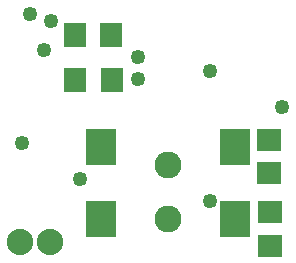
<source format=gts>
G04 MADE WITH FRITZING*
G04 WWW.FRITZING.ORG*
G04 DOUBLE SIDED*
G04 HOLES PLATED*
G04 CONTOUR ON CENTER OF CONTOUR VECTOR*
%ASAXBY*%
%FSLAX23Y23*%
%MOIN*%
%OFA0B0*%
%SFA1.0B1.0*%
%ADD10C,0.088000*%
%ADD11C,0.090000*%
%ADD12C,0.049370*%
%ADD13R,0.104488X0.120236*%
%ADD14R,0.080866X0.072992*%
%ADD15R,0.072992X0.084803*%
%LNMASK1*%
G90*
G70*
G54D10*
X77Y85D03*
X177Y85D03*
G54D11*
X569Y159D03*
X569Y339D03*
X569Y159D03*
X569Y339D03*
G54D12*
X708Y652D03*
X276Y292D03*
X156Y724D03*
X708Y220D03*
X468Y628D03*
X180Y820D03*
X84Y412D03*
X108Y844D03*
X948Y532D03*
X468Y700D03*
G54D13*
X345Y159D03*
X794Y159D03*
X345Y399D03*
X794Y399D03*
G54D14*
X905Y313D03*
X905Y423D03*
X908Y71D03*
X908Y182D03*
G54D15*
X261Y624D03*
X383Y624D03*
X258Y774D03*
X381Y774D03*
G04 End of Mask1*
M02*
</source>
